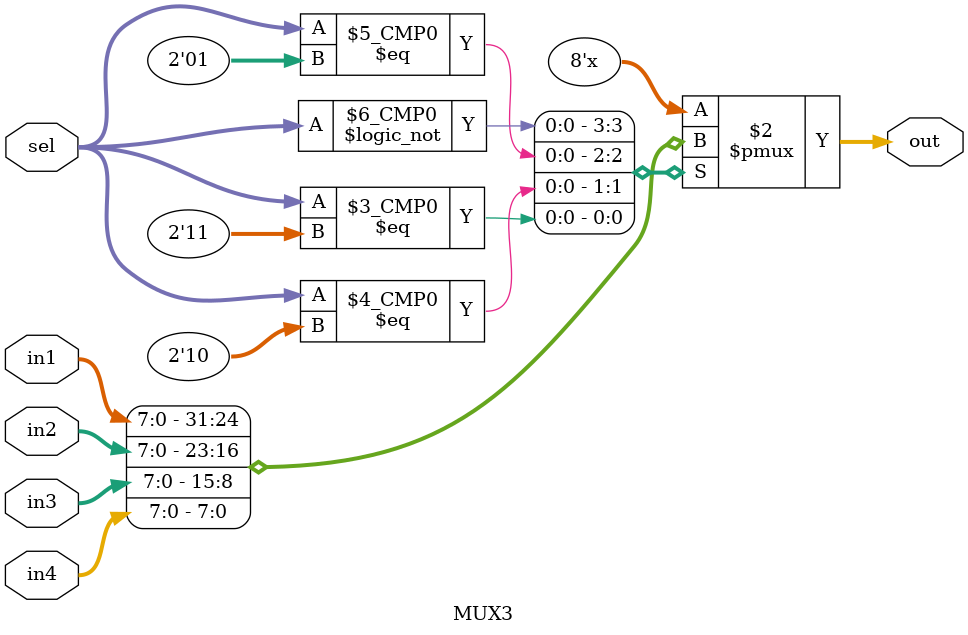
<source format=v>
`timescale 1ns / 1ps


module MUX3(
    input [7:0] in1,
    input [7:0] in2,
    input [7:0] in3,
	 input [7:0] in4,
    input [1:0] sel,
    output reg [7:0] out
    );

	always @(*)
	case(sel)
		2'b00: out = in1;
		2'b01: out = in2;
		2'b10: out = in3;
		2'b11: out = in4;
	endcase

endmodule

</source>
